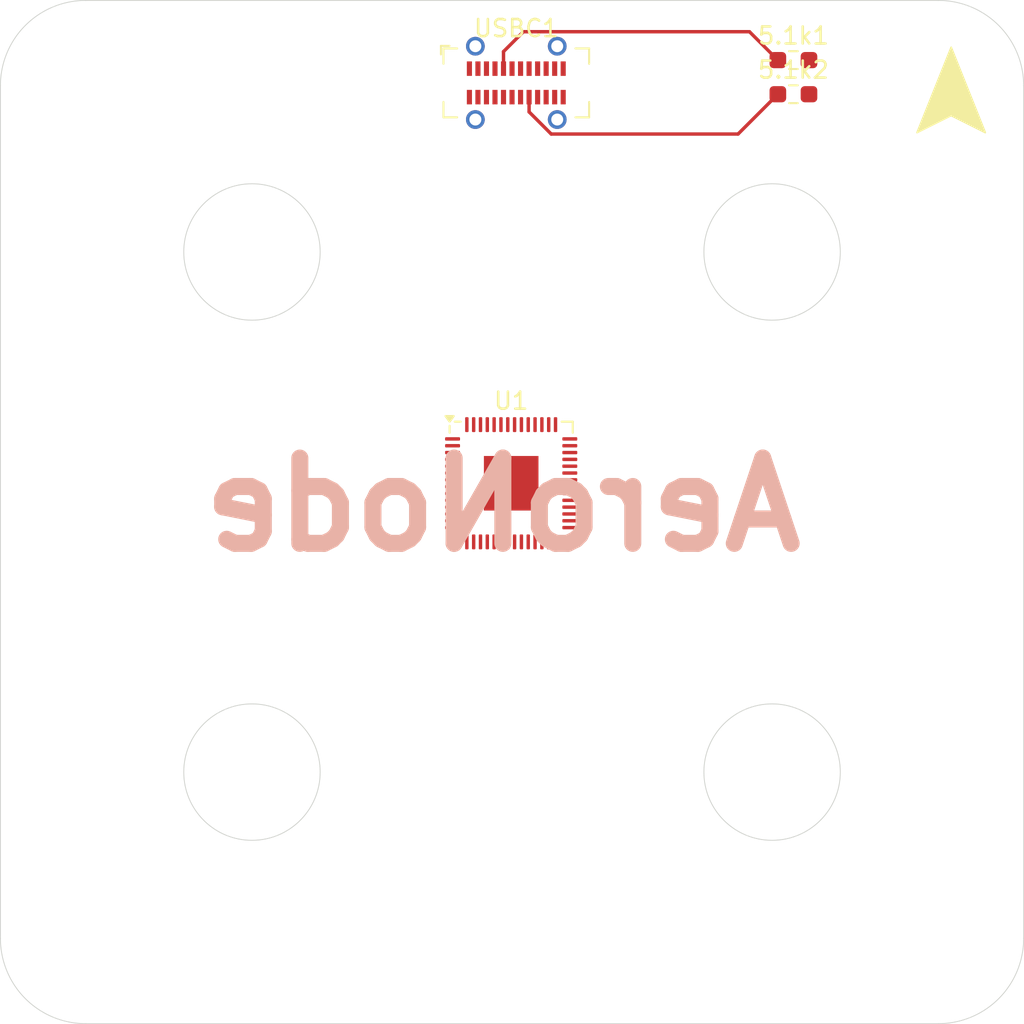
<source format=kicad_pcb>
(kicad_pcb (version 20240108) (generator "pcbnew") (generator_version "8.0")
  (layers (0 "F.Cu" signal) (31 "B.Cu" signal) (34 "B.Paste" user) (35 "F.Paste" user) (36 "B.SilkS" user "B.Silkscreen") (37 "F.SilkS" user "F.Silkscreen") (38 "B.Mask" user) (39 "F.Mask" user) (44 "Edge.Cuts" user))
  (net 0 "")
  (net 4 "Net-(U1-IOVDD-Pad1)")
  (net 16 "Net-(U1-DVDD-Pad23)")
  (net 52 "Net-(USBC1-CC1)")
  (net 53 "Net-(USBC1-CC2)")
  (net 57 "/VBUS")
  (net 58 "Net-(USBC1-GND-PadA1)")
  (net 63 "GND")
  (footprint "Resistor_SMD:R_0603_1608Metric_Pad0.98x0.95mm_HandSolder" (layer "F.Cu") (at 91.5 50.5)
    (property "Reference" "5.1k2" (at 0 -1.43 0) (layer "F.SilkS"))
    (property "Value" "5.1k")
    (fp_line (start -0.254724 -0.5225) (end 0.254724 -0.5225) (stroke (width 0.12)) (layer "F.SilkS"))
    (fp_line (start -0.254724 0.5225) (end 0.254724 0.5225) (stroke (width 0.12)) (layer "F.SilkS"))
    (pad "1" smd roundrect (at -0.9125 0) (size 0.975 0.95) (layers "F.Cu" "F.Paste" "F.Mask") (net 53 "Net-(USBC1-CC2)"))
    (pad "2" smd roundrect (at 0.9125 0) (size 0.975 0.95) (layers "F.Cu" "F.Paste" "F.Mask") (net 63 "GND"))
  )
  (footprint "Package_DFN_QFN:QFN-56-1EP_7x7mm_P0.4mm_EP3.2x3.2mm" (layer "F.Cu") (at 74.95 73.3125)
    (property "Reference" "U1" (at 0 -4.83 0) (layer "F.SilkS"))
    (property "Value" "RP2040")
    (fp_line (start -3.61 -2.96) (end -3.61 -3.37) (stroke (width 0.12)) (layer "F.SilkS"))
    (fp_line (start -3.61 3.61) (end -3.61 2.96) (stroke (width 0.12)) (layer "F.SilkS"))
    (fp_line (start -2.96 -3.61) (end -3.31 -3.61) (stroke (width 0.12)) (layer "F.SilkS"))
    (fp_line (start -2.96 3.61) (end -3.61 3.61) (stroke (width 0.12)) (layer "F.SilkS"))
    (fp_line (start 2.96 -3.61) (end 3.61 -3.61) (stroke (width 0.12)) (layer "F.SilkS"))
    (fp_line (start 2.96 3.61) (end 3.61 3.61) (stroke (width 0.12)) (layer "F.SilkS"))
    (fp_line (start 3.61 -3.61) (end 3.61 -2.96) (stroke (width 0.12)) (layer "F.SilkS"))
    (fp_line (start 3.61 3.61) (end 3.61 2.96) (stroke (width 0.12)) (layer "F.SilkS"))
    (fp_poly (pts (xy -3.61 -3.61) (xy -3.85 -3.94) (xy -3.37 -3.94) (xy -3.61 -3.61)) (stroke (width 0.12)) (fill solid) (layer "F.SilkS"))
    (pad "1" smd roundrect (at -3.4375 -2.6) (size 0.875 0.2) (layers "F.Cu" "F.Paste" "F.Mask") (net 4 "Net-(U1-IOVDD-Pad1)"))
    (pad "2" smd roundrect (at -3.4375 -2.2) (size 0.875 0.2) (layers "F.Cu" "F.Paste" "F.Mask"))
    (pad "3" smd roundrect (at -3.4375 -1.8) (size 0.875 0.2) (layers "F.Cu" "F.Paste" "F.Mask"))
    (pad "4" smd roundrect (at -3.4375 -1.4) (size 0.875 0.2) (layers "F.Cu" "F.Paste" "F.Mask"))
    (pad "5" smd roundrect (at -3.4375 -1) (size 0.875 0.2) (layers "F.Cu" "F.Paste" "F.Mask"))
    (pad "6" smd roundrect (at -3.4375 -0.6) (size 0.875 0.2) (layers "F.Cu" "F.Paste" "F.Mask"))
    (pad "7" smd roundrect (at -3.4375 -0.2) (size 0.875 0.2) (layers "F.Cu" "F.Paste" "F.Mask"))
    (pad "8" smd roundrect (at -3.4375 0.2) (size 0.875 0.2) (layers "F.Cu" "F.Paste" "F.Mask"))
    (pad "9" smd roundrect (at -3.4375 0.6) (size 0.875 0.2) (layers "F.Cu" "F.Paste" "F.Mask"))
    (pad "10" smd roundrect (at -3.4375 1) (size 0.875 0.2) (layers "F.Cu" "F.Paste" "F.Mask") (net 4 "Net-(U1-IOVDD-Pad1)"))
    (pad "11" smd roundrect (at -3.4375 1.4) (size 0.875 0.2) (layers "F.Cu" "F.Paste" "F.Mask"))
    (pad "12" smd roundrect (at -3.4375 1.8) (size 0.875 0.2) (layers "F.Cu" "F.Paste" "F.Mask"))
    (pad "13" smd roundrect (at -3.4375 2.2) (size 0.875 0.2) (layers "F.Cu" "F.Paste" "F.Mask"))
    (pad "14" smd roundrect (at -3.4375 2.6) (size 0.875 0.2) (layers "F.Cu" "F.Paste" "F.Mask"))
    (pad "15" smd roundrect (at -2.6 3.4375) (size 0.2 0.875) (layers "F.Cu" "F.Paste" "F.Mask"))
    (pad "16" smd roundrect (at -2.2 3.4375) (size 0.2 0.875) (layers "F.Cu" "F.Paste" "F.Mask"))
    (pad "17" smd roundrect (at -1.8 3.4375) (size 0.2 0.875) (layers "F.Cu" "F.Paste" "F.Mask"))
    (pad "18" smd roundrect (at -1.4 3.4375) (size 0.2 0.875) (layers "F.Cu" "F.Paste" "F.Mask"))
    (pad "19" smd roundrect (at -1 3.4375) (size 0.2 0.875) (layers "F.Cu" "F.Paste" "F.Mask"))
    (pad "20" smd roundrect (at -0.6 3.4375) (size 0.2 0.875) (layers "F.Cu" "F.Paste" "F.Mask"))
    (pad "21" smd roundrect (at -0.2 3.4375) (size 0.2 0.875) (layers "F.Cu" "F.Paste" "F.Mask"))
    (pad "22" smd roundrect (at 0.2 3.4375) (size 0.2 0.875) (layers "F.Cu" "F.Paste" "F.Mask") (net 4 "Net-(U1-IOVDD-Pad1)"))
    (pad "23" smd roundrect (at 0.6 3.4375) (size 0.2 0.875) (layers "F.Cu" "F.Paste" "F.Mask") (net 16 "Net-(U1-DVDD-Pad23)"))
    (pad "24" smd roundrect (at 1 3.4375) (size 0.2 0.875) (layers "F.Cu" "F.Paste" "F.Mask"))
    (pad "25" smd roundrect (at 1.4 3.4375) (size 0.2 0.875) (layers "F.Cu" "F.Paste" "F.Mask"))
    (pad "26" smd roundrect (at 1.8 3.4375) (size 0.2 0.875) (layers "F.Cu" "F.Paste" "F.Mask"))
    (pad "27" smd roundrect (at 2.2 3.4375) (size 0.2 0.875) (layers "F.Cu" "F.Paste" "F.Mask"))
    (pad "28" smd roundrect (at 2.6 3.4375) (size 0.2 0.875) (layers "F.Cu" "F.Paste" "F.Mask"))
    (pad "29" smd roundrect (at 3.4375 2.6) (size 0.875 0.2) (layers "F.Cu" "F.Paste" "F.Mask"))
    (pad "30" smd roundrect (at 3.4375 2.2) (size 0.875 0.2) (layers "F.Cu" "F.Paste" "F.Mask"))
    (pad "31" smd roundrect (at 3.4375 1.8) (size 0.875 0.2) (layers "F.Cu" "F.Paste" "F.Mask"))
    (pad "32" smd roundrect (at 3.4375 1.4) (size 0.875 0.2) (layers "F.Cu" "F.Paste" "F.Mask"))
    (pad "33" smd roundrect (at 3.4375 1) (size 0.875 0.2) (layers "F.Cu" "F.Paste" "F.Mask") (net 4 "Net-(U1-IOVDD-Pad1)"))
    (pad "34" smd roundrect (at 3.4375 0.6) (size 0.875 0.2) (layers "F.Cu" "F.Paste" "F.Mask"))
    (pad "35" smd roundrect (at 3.4375 0.2) (size 0.875 0.2) (layers "F.Cu" "F.Paste" "F.Mask"))
    (pad "36" smd roundrect (at 3.4375 -0.2) (size 0.875 0.2) (layers "F.Cu" "F.Paste" "F.Mask"))
    (pad "37" smd roundrect (at 3.4375 -0.6) (size 0.875 0.2) (layers "F.Cu" "F.Paste" "F.Mask"))
    (pad "38" smd roundrect (at 3.4375 -1) (size 0.875 0.2) (layers "F.Cu" "F.Paste" "F.Mask"))
    (pad "39" smd roundrect (at 3.4375 -1.4) (size 0.875 0.2) (layers "F.Cu" "F.Paste" "F.Mask"))
    (pad "40" smd roundrect (at 3.4375 -1.8) (size 0.875 0.2) (layers "F.Cu" "F.Paste" "F.Mask"))
    (pad "41" smd roundrect (at 3.4375 -2.2) (size 0.875 0.2) (layers "F.Cu" "F.Paste" "F.Mask"))
    (pad "42" smd roundrect (at 3.4375 -2.6) (size 0.875 0.2) (layers "F.Cu" "F.Paste" "F.Mask") (net 4 "Net-(U1-IOVDD-Pad1)"))
    (pad "43" smd roundrect (at 2.6 -3.4375) (size 0.2 0.875) (layers "F.Cu" "F.Paste" "F.Mask"))
    (pad "44" smd roundrect (at 2.2 -3.4375) (size 0.2 0.875) (layers "F.Cu" "F.Paste" "F.Mask"))
    (pad "45" smd roundrect (at 1.8 -3.4375) (size 0.2 0.875) (layers "F.Cu" "F.Paste" "F.Mask"))
    (pad "46" smd roundrect (at 1.4 -3.4375) (size 0.2 0.875) (layers "F.Cu" "F.Paste" "F.Mask"))
    (pad "47" smd roundrect (at 1 -3.4375) (size 0.2 0.875) (layers "F.Cu" "F.Paste" "F.Mask"))
    (pad "48" smd roundrect (at 0.6 -3.4375) (size 0.2 0.875) (layers "F.Cu" "F.Paste" "F.Mask"))
    (pad "49" smd roundrect (at 0.2 -3.4375) (size 0.2 0.875) (layers "F.Cu" "F.Paste" "F.Mask") (net 4 "Net-(U1-IOVDD-Pad1)"))
    (pad "50" smd roundrect (at -0.2 -3.4375) (size 0.2 0.875) (layers "F.Cu" "F.Paste" "F.Mask") (net 16 "Net-(U1-DVDD-Pad23)"))
    (pad "51" smd roundrect (at -0.6 -3.4375) (size 0.2 0.875) (layers "F.Cu" "F.Paste" "F.Mask"))
    (pad "52" smd roundrect (at -1 -3.4375) (size 0.2 0.875) (layers "F.Cu" "F.Paste" "F.Mask"))
    (pad "53" smd roundrect (at -1.4 -3.4375) (size 0.2 0.875) (layers "F.Cu" "F.Paste" "F.Mask"))
    (pad "54" smd roundrect (at -1.8 -3.4375) (size 0.2 0.875) (layers "F.Cu" "F.Paste" "F.Mask"))
    (pad "55" smd roundrect (at -2.2 -3.4375) (size 0.2 0.875) (layers "F.Cu" "F.Paste" "F.Mask"))
    (pad "56" smd roundrect (at -2.6 -3.4375) (size 0.2 0.875) (layers "F.Cu" "F.Paste" "F.Mask"))
    (pad "57" smd rect (at 0 0) (size 3.2 3.2) (property pad_prop_heatsink) (layers "F.Cu" "F.Mask"))
  )
  (footprint "Resistor_SMD:R_0603_1608Metric_Pad0.98x0.95mm_HandSolder" (layer "F.Cu") (at 91.5 48.5)
    (property "Reference" "5.1k1" (at 0 -1.43 0) (layer "F.SilkS"))
    (property "Value" "5.1k")
    (fp_line (start -0.254724 -0.5225) (end 0.254724 -0.5225) (stroke (width 0.12)) (layer "F.SilkS"))
    (fp_line (start -0.254724 0.5225) (end 0.254724 0.5225) (stroke (width 0.12)) (layer "F.SilkS"))
    (pad "1" smd roundrect (at -0.9125 0) (size 0.975 0.95) (layers "F.Cu" "F.Paste" "F.Mask") (net 52 "Net-(USBC1-CC1)"))
    (pad "2" smd roundrect (at 0.9125 0) (size 0.975 0.95) (layers "F.Cu" "F.Paste" "F.Mask") (net 63 "GND"))
  )
  (footprint "Connector_USB:USB_C_Receptacle_GCT_USB4115-03-C" (layer "F.Cu") (at 75.25 49.835)
    (property "Reference" "USBC1" (at 0 -3.2 0) (layer "F.SilkS"))
    (property "Value" "USB_C_Receptacle_USB2.0_16P")
    (fp_line (start -4.42 -2.17) (end -4.42 -1.67) (stroke (width 0.12)) (layer "F.SilkS"))
    (fp_line (start -4.42 -2.17) (end -3.92 -2.17) (stroke (width 0.12)) (layer "F.SilkS"))
    (fp_line (start -4.27 -2.02) (end -4.27 -1.12) (stroke (width 0.12)) (layer "F.SilkS"))
    (fp_line (start -4.27 -2.02) (end -3.47 -2.02) (stroke (width 0.12)) (layer "F.SilkS"))
    (fp_line (start -4.27 2.02) (end -4.27 1.12) (stroke (width 0.12)) (layer "F.SilkS"))
    (fp_line (start -4.27 2.02) (end -3.47 2.02) (stroke (width 0.12)) (layer "F.SilkS"))
    (fp_line (start 4.27 -2.02) (end 3.47 -2.02) (stroke (width 0.12)) (layer "F.SilkS"))
    (fp_line (start 4.27 -2.02) (end 4.27 -1.12) (stroke (width 0.12)) (layer "F.SilkS"))
    (fp_line (start 4.27 2.02) (end 3.47 2.02) (stroke (width 0.12)) (layer "F.SilkS"))
    (fp_line (start 4.27 2.02) (end 4.27 1.12) (stroke (width 0.12)) (layer "F.SilkS"))
    (pad "" np_thru_hole circle (at -3.75 0) (size 0.66 0.66) (drill 0.66) (layers "F&B.Cu" "*.Mask"))
    (pad "" np_thru_hole oval (at 3.75 0) (size 1 0.58) (drill oval 1 0.58) (layers "F&B.Cu" "*.Mask"))
    (pad "A1" smd rect (at -2.75 -0.835) (size 0.3 0.85) (layers "F.Cu" "F.Paste" "F.Mask") (net 58 "Net-(USBC1-GND-PadA1)"))
    (pad "A2" smd rect (at -2.25 -0.835) (size 0.3 0.85) (layers "F.Cu" "F.Paste" "F.Mask"))
    (pad "A3" smd rect (at -1.75 -0.835) (size 0.3 0.85) (layers "F.Cu" "F.Paste" "F.Mask"))
    (pad "A4" smd rect (at -1.25 -0.835) (size 0.3 0.85) (layers "F.Cu" "F.Paste" "F.Mask") (net 57 "/VBUS"))
    (pad "A5" smd rect (at -0.75 -0.835) (size 0.3 0.85) (layers "F.Cu" "F.Paste" "F.Mask") (net 52 "Net-(USBC1-CC1)"))
    (pad "A6" smd rect (at -0.25 -0.835) (size 0.3 0.85) (layers "F.Cu" "F.Paste" "F.Mask"))
    (pad "A7" smd rect (at 0.25 -0.835) (size 0.3 0.85) (layers "F.Cu" "F.Paste" "F.Mask"))
    (pad "A8" smd rect (at 0.75 -0.835) (size 0.3 0.85) (layers "F.Cu" "F.Paste" "F.Mask"))
    (pad "A9" smd rect (at 1.25 -0.835) (size 0.3 0.85) (layers "F.Cu" "F.Paste" "F.Mask") (net 57 "/VBUS"))
    (pad "A10" smd rect (at 1.75 -0.835) (size 0.3 0.85) (layers "F.Cu" "F.Paste" "F.Mask"))
    (pad "A11" smd rect (at 2.25 -0.835) (size 0.3 0.85) (layers "F.Cu" "F.Paste" "F.Mask"))
    (pad "A12" smd rect (at 2.75 -0.835) (size 0.3 0.85) (layers "F.Cu" "F.Paste" "F.Mask") (net 58 "Net-(USBC1-GND-PadA1)"))
    (pad "B1" smd rect (at 2.75 0.835) (size 0.3 0.85) (layers "F.Cu" "F.Paste" "F.Mask") (net 58 "Net-(USBC1-GND-PadA1)"))
    (pad "B2" smd rect (at 2.25 0.835) (size 0.3 0.85) (layers "F.Cu" "F.Paste" "F.Mask"))
    (pad "B3" smd rect (at 1.75 0.835) (size 0.3 0.85) (layers "F.Cu" "F.Paste" "F.Mask"))
    (pad "B4" smd rect (at 1.25 0.835) (size 0.3 0.85) (layers "F.Cu" "F.Paste" "F.Mask") (net 57 "/VBUS"))
    (pad "B5" smd rect (at 0.75 0.835) (size 0.3 0.85) (layers "F.Cu" "F.Paste" "F.Mask") (net 53 "Net-(USBC1-CC2)"))
    (pad "B6" smd rect (at 0.25 0.835) (size 0.3 0.85) (layers "F.Cu" "F.Paste" "F.Mask"))
    (pad "B7" smd rect (at -0.25 0.835) (size 0.3 0.85) (layers "F.Cu" "F.Paste" "F.Mask"))
    (pad "B8" smd rect (at -0.75 0.835) (size 0.3 0.85) (layers "F.Cu" "F.Paste" "F.Mask"))
    (pad "B9" smd rect (at -1.25 0.835) (size 0.3 0.85) (layers "F.Cu" "F.Paste" "F.Mask") (net 57 "/VBUS"))
    (pad "B10" smd rect (at -1.75 0.835) (size 0.3 0.85) (layers "F.Cu" "F.Paste" "F.Mask"))
    (pad "B11" smd rect (at -2.25 0.835) (size 0.3 0.85) (layers "F.Cu" "F.Paste" "F.Mask"))
    (pad "B12" smd rect (at -2.75 0.835) (size 0.3 0.85) (layers "F.Cu" "F.Paste" "F.Mask") (net 58 "Net-(USBC1-GND-PadA1)"))
    (pad "S1" thru_hole circle (at -2.4 -2.15) (size 1.1 1.1) (drill 0.7) (layers "*.Cu" "*.Mask" "F.Paste"))
    (pad "S1" thru_hole circle (at -2.4 2.15) (size 1.1 1.1) (drill 0.7) (layers "*.Cu" "*.Mask" "F.Paste"))
    (pad "S1" thru_hole circle (at 2.4 -2.15) (size 1.1 1.1) (drill 0.7) (layers "*.Cu" "*.Mask" "F.Paste"))
    (pad "S1" thru_hole circle (at 2.4 2.15) (size 1.1 1.1) (drill 0.7) (layers "*.Cu" "*.Mask" "F.Paste"))
  )
  (gr_poly (pts (xy 100.75 47.75) (xy 98.75 52.75) (xy 100.75 51.75) (xy 102.75 52.75)) (stroke (width 0.1)) (fill solid) (layer "F.SilkS"))
  (gr_circle (center 59.75 59.75) (end 63.75 59.75) (stroke (width 0.05)) (fill none) (layer "Edge.Cuts"))
  (gr_circle (center 90.25 59.75) (end 94.25 59.75) (stroke (width 0.05)) (fill none) (layer "Edge.Cuts"))
  (gr_arc (start 105 100) (mid 103.535534 103.535534) (end 100 105) (stroke (width 0.05)) (layer "Edge.Cuts"))
  (gr_line (start 45 50) (end 45 100) (stroke (width 0.05)) (layer "Edge.Cuts"))
  (gr_line (start 105 100) (end 105 50) (stroke (width 0.05)) (layer "Edge.Cuts"))
  (gr_arc (start 45 50) (mid 46.464466 46.464466) (end 50 45) (stroke (width 0.05)) (layer "Edge.Cuts"))
  (gr_circle (center 59.75 90.25) (end 63.75 90.25) (stroke (width 0.05)) (fill none) (layer "Edge.Cuts"))
  (gr_arc (start 50 105) (mid 46.464466 103.535534) (end 45 100) (stroke (width 0.05)) (layer "Edge.Cuts"))
  (gr_circle (center 90.25 90.25) (end 94.25 90.25) (stroke (width 0.05)) (fill none) (layer "Edge.Cuts"))
  (gr_line (start 50 105) (end 100 105) (stroke (width 0.05)) (layer "Edge.Cuts"))
  (gr_arc (start 100 45) (mid 103.535534 46.464466) (end 105 50) (stroke (width 0.05)) (layer "Edge.Cuts"))
  (gr_line (start 50 45) (end 100 45) (stroke (width 0.05)) (layer "Edge.Cuts"))
  (gr_text "AeroNode" (at 92.5 77.5 0) (layer "B.SilkS") (effects (font (size 5 5) (thickness 1) (bold yes)) (justify left bottom mirror)))
  (segment (start 90.5875 48.5) (end 88.9225 46.835) (width 0.2) (layer "F.Cu") (net 52))
  (segment (start 88.9225 46.835) (end 75.665 46.835) (width 0.2) (layer "F.Cu") (net 52))
  (segment (start 74.5 48) (end 74.5 49) (width 0.2) (layer "F.Cu") (net 52))
  (segment (start 75.665 46.835) (end 74.5 48) (width 0.2) (layer "F.Cu") (net 52))
  (segment (start 77.297918 52.835) (end 76 51.537082) (width 0.2) (layer "F.Cu") (net 53))
  (segment (start 88.2525 52.835) (end 77.297918 52.835) (width 0.2) (layer "F.Cu") (net 53))
  (segment (start 76 51.537082) (end 76 50.67) (width 0.2) (layer "F.Cu") (net 53))
  (segment (start 90.5875 50.5) (end 88.2525 52.835) (width 0.2) (layer "F.Cu") (net 53))
)
</source>
